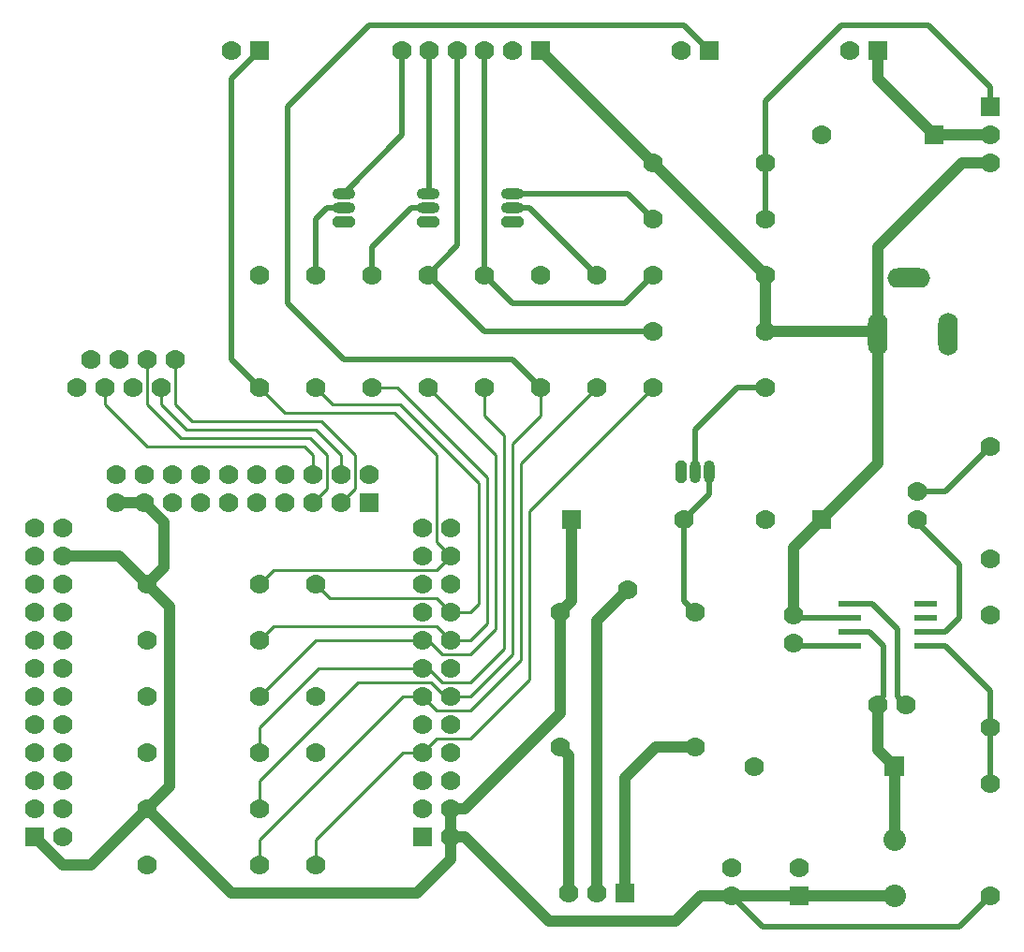
<source format=gbr>
G04 DipTrace 3.3.1.3*
G04 Top.gbr*
%MOIN*%
G04 #@! TF.FileFunction,Copper,L1,Top*
G04 #@! TF.Part,Single*
%AMOUTLINE0*
4,1,4,
0.035,-0.035,
-0.035,-0.035,
-0.035,0.035,
0.035,0.035,
0.035,-0.035,
0*%
%AMOUTLINE3*
4,1,8,
0.029528,-0.019685,
0.03937,-0.009843,
0.03937,0.009843,
0.029528,0.019685,
-0.029528,0.019685,
-0.03937,0.009843,
-0.03937,-0.009843,
-0.029528,-0.019685,
0.029528,-0.019685,
0*%
%AMOUTLINE6*
4,1,8,
-0.019685,-0.029528,
-0.009843,-0.03937,
0.009843,-0.03937,
0.019685,-0.029528,
0.019685,0.029528,
0.009843,0.03937,
-0.009843,0.03937,
-0.019685,0.029528,
-0.019685,-0.029528,
0*%
G04 #@! TA.AperFunction,Conductor*
%ADD13C,0.04*%
%ADD14C,0.02*%
%ADD15C,0.01*%
G04 #@! TA.AperFunction,ComponentPad*
%ADD17R,0.07X0.07*%
%ADD18C,0.07*%
%ADD19C,0.07*%
%ADD20O,0.07X0.152*%
%ADD21O,0.152X0.07*%
%ADD22C,0.08*%
%ADD23O,0.081X0.039*%
%ADD24O,0.039X0.081*%
%ADD26R,0.07874X0.023622*%
G04 #@! TA.AperFunction,ComponentPad*
%ADD53OUTLINE0*%
%ADD56OUTLINE3*%
%ADD59OUTLINE6*%
%FSLAX26Y26*%
G04*
G70*
G90*
G75*
G01*
G04 Top*
%LPD*%
X2383700Y3623700D2*
D13*
X2783700Y3223700D1*
X3183700Y2823700D1*
Y2623700D1*
X3573700D1*
X3583700Y2613700D1*
Y2153700D1*
X3383700Y1953700D1*
X3283700Y1853700D1*
Y1613700D1*
D14*
Y1603700D1*
X3483700D1*
X3983700Y3223700D2*
D13*
X3883700D1*
X3583700Y2923700D1*
Y2613700D1*
X2493700Y1953700D2*
Y1663700D1*
X2453700Y1623700D1*
X2063700Y823700D2*
Y923700D1*
X2113700D1*
X2453700Y1263700D1*
Y1623700D1*
X2063700Y823700D2*
Y743700D1*
X1943700Y623700D1*
X1283700D1*
X983700Y923700D1*
X1063700Y1003700D1*
Y1643700D1*
X983700Y1723700D1*
X973700Y2013700D2*
X873700D1*
X683700Y1823700D2*
X883700D1*
X983700Y1723700D1*
X973700Y2013700D2*
X1043700Y1943700D1*
Y1783700D1*
X983700Y1723700D1*
Y923700D2*
X783700Y723700D1*
X683700D1*
X583700Y823700D1*
X3983700Y613700D2*
D14*
X3873700Y503700D1*
X3173700D1*
X3063700Y613700D1*
X2063700Y823700D2*
D13*
X2113700D1*
X2413700Y523700D1*
X2863700D1*
X2953700Y613700D1*
X3063700D1*
X3303700D1*
X3643700D1*
Y613699D1*
X3483700Y1503700D2*
D14*
X3293700D1*
X3283700Y1513700D1*
X3483700Y1553700D2*
X3553700D1*
X3603700Y1503700D1*
Y1323700D1*
X3583700Y1303700D1*
Y1293700D1*
D13*
Y1133700D1*
X3643700Y1073700D1*
Y813699D1*
X3683700Y1293700D2*
D14*
X3653700Y1323700D1*
Y1563700D1*
X3563700Y1653700D1*
X3483700D1*
X1963700Y1123700D2*
D15*
X2013700Y1173700D1*
X2133700D1*
X2343700Y1383700D1*
Y1983700D1*
X2783700Y2423700D1*
X1963700Y1123700D2*
X1893700D1*
X1583700Y813700D1*
Y723700D1*
X3723700Y1953700D2*
D14*
Y1943700D1*
X3873700Y1793700D1*
Y1603700D1*
X3823700Y1553700D1*
X3755039D1*
X3723700Y2053700D2*
X3823700D1*
X3983700Y2213700D1*
X3755039Y1503700D2*
X3823700D1*
X3983700Y1343700D1*
Y1213700D1*
Y1013700D1*
X2063700Y1823700D2*
D15*
X2013700Y1873700D1*
Y2183700D1*
X1863700Y2333700D1*
X1473700D1*
X1383700Y2423700D1*
Y1723700D2*
X1433700Y1773700D1*
X2013700D1*
X2063700Y1823700D1*
X1383700Y3623700D2*
D14*
X1283700Y3523700D1*
Y2523700D1*
X1383700Y2423700D1*
X3183700D2*
X3083700D1*
X2933700Y2273700D1*
Y2123700D1*
X2186899Y3623700D2*
Y2826899D1*
X2183700Y2823700D1*
X2283700Y2723700D1*
X2683700D1*
X2783700Y2823700D1*
X1963700Y1423700D2*
D15*
X1983700D1*
X2033700Y1373700D1*
X2133700D1*
X2253700Y1493700D1*
Y2253700D1*
X2183700Y2323700D1*
Y2423700D1*
X1963700Y1423700D2*
X1593700D1*
X1383700Y1213700D1*
Y1123700D1*
X1963700Y1523700D2*
X1983700D1*
X2033700Y1473700D1*
X2133700D1*
X2223700Y1563700D1*
Y2183700D1*
X1983700Y2423700D1*
X1963700Y1523700D2*
X1583700D1*
X1383700Y1323700D1*
X2088501Y3623700D2*
D14*
Y2928501D1*
X1983700Y2823700D1*
X2183700Y2623700D1*
X2783700D1*
X1990100Y3623700D2*
Y3120100D1*
X1983700Y3113700D1*
X1891700Y3623700D2*
Y3321700D1*
X1683700Y3113700D1*
X1783700Y2823700D2*
Y2923700D1*
X1923700Y3063700D1*
X1983700D1*
X1583700Y2823700D2*
Y3023700D1*
X1623700Y3063700D1*
X1683700D1*
X1963700Y1323700D2*
D15*
X2013700Y1273700D1*
X2133700D1*
X2313700Y1453700D1*
Y2153700D1*
X2583700Y2423700D1*
X1963700Y1323700D2*
X1893700D1*
X1383700Y813700D1*
Y723700D1*
X2063700Y1623700D2*
X2133700D1*
X2163700Y1653700D1*
Y2083700D1*
X1883700Y2363700D1*
X1643700D1*
X1583700Y2423700D1*
X2063700Y1623700D2*
X2013700Y1673700D1*
X1633700D1*
X1583700Y1723700D1*
X2063700Y1523700D2*
X2133700D1*
X2193700Y1583700D1*
Y2103700D1*
X1873700Y2423700D1*
X1783700D1*
X2063700Y1523700D2*
X2013700Y1573700D1*
X1433700D1*
X1383700Y1523700D1*
X2063700Y1323700D2*
X2043700D1*
X1993700Y1373700D1*
X1733700D1*
X1383700Y1023700D1*
Y923700D1*
X2063700Y1323700D2*
X2133700D1*
X2283700Y1473700D1*
Y2223700D1*
X2383700Y2323700D1*
Y2423700D1*
X2983700Y3623700D2*
D14*
X2893700Y3713700D1*
X1773700D1*
X1483700Y3423700D1*
Y2723700D1*
X1683700Y2523700D1*
X2283700D1*
X2383700Y2423700D1*
X2583700Y2823700D2*
X2343700Y3063700D1*
X2283700D1*
X3183700Y3223700D2*
Y3023700D1*
X3983700Y3423700D2*
Y3493700D1*
X3763700Y3713700D1*
X3453700D1*
X3183700Y3443700D1*
Y3023700D1*
X2283700Y3113700D2*
X2693700D1*
X2783700Y3023700D1*
X3583700Y3623700D2*
D13*
Y3523700D1*
X3783700Y3323700D1*
X3983700D2*
X3783700D1*
X2983700Y2123700D2*
D14*
Y2043700D1*
X2893700Y1953700D1*
Y1663700D1*
X2933700Y1623700D1*
X2693700Y1703700D2*
D13*
X2583700Y1593700D1*
Y625300D1*
X2585300Y623700D1*
X2933700Y1143700D2*
X2793700D1*
X2683700Y1033700D1*
Y623700D1*
X2453700Y1143700D2*
X2483700Y1113700D1*
Y626899D1*
X2486899Y623700D1*
X983700Y2523700D2*
D15*
Y2363700D1*
X1103700Y2243700D1*
X1563700D1*
X1623700Y2183700D1*
Y2063700D1*
X1573700Y2013700D1*
X833700Y2423700D2*
Y2363700D1*
X983700Y2213700D1*
X1543700D1*
X1573700Y2183700D1*
Y2113700D1*
X1083700Y2523700D2*
Y2363700D1*
X1143700Y2303700D1*
X1603700D1*
X1723700Y2183700D1*
Y2063700D1*
X1673700Y2013700D1*
Y2113700D2*
Y2183700D1*
X1583700Y2273700D1*
X1123700D1*
X1033700Y2363700D1*
Y2423700D1*
D17*
X3383700Y1953700D3*
D18*
X3183700D3*
D19*
X3283700Y1513700D3*
Y1613700D3*
X3723700Y2053700D3*
Y1953700D3*
X3583700Y1293700D3*
X3683700D3*
D17*
X3303700Y613700D3*
D18*
Y713700D3*
D19*
X3063700D3*
Y613700D3*
D53*
X3643700Y1073700D3*
D19*
X3143700D3*
D17*
X3783700Y3323700D3*
D18*
X3383700D3*
D17*
X2493700Y1953700D3*
D18*
X2893700D3*
X1083700Y2523700D3*
X983700D3*
X883700D3*
X783700D3*
X733700Y2423700D3*
X833700D3*
X933700D3*
X1033700D3*
D20*
X3583700Y2613700D3*
X3833700D3*
D21*
X3693700Y2813700D3*
D17*
X2383700Y3623700D3*
D18*
X2285300D3*
X2186899D3*
X2088501D3*
X1990100D3*
X1891700D3*
D17*
X1383700D3*
D18*
X1285301D3*
D17*
X2983700D3*
D18*
X2885301D3*
D17*
X3583700D3*
D18*
X3485301D3*
D17*
X2683700Y623700D3*
D18*
X2585300D3*
X2486899D3*
X2933700Y1623700D3*
Y1143700D3*
X2453700D3*
X2693700Y1703700D3*
X2453700Y1623700D3*
D22*
X3643700Y813699D3*
Y613699D3*
D56*
X1983700Y3013700D3*
D23*
Y3063700D3*
Y3113700D3*
D56*
X1683700Y3013700D3*
D23*
Y3063700D3*
Y3113700D3*
D56*
X2283700Y3013700D3*
D23*
Y3063700D3*
Y3113700D3*
D17*
X3983700Y3423700D3*
D18*
Y3323700D3*
Y3223700D3*
D59*
X2883700Y2123700D3*
D24*
X2933700D3*
X2983700D3*
D18*
X3983700Y613700D3*
Y1013700D3*
Y1613700D3*
Y1213700D3*
Y2213700D3*
Y1813700D3*
X3183700Y2823700D3*
X2783700D3*
X2183700Y2423700D3*
Y2823700D3*
X1383700Y1123700D3*
X983700D3*
X3183700Y2623700D3*
X2783700D3*
X1983700Y2423700D3*
Y2823700D3*
X1383700Y1323700D3*
X983700D3*
X1783700Y2423700D3*
Y2823700D3*
X1583700Y2423700D3*
Y2823700D3*
X983700Y923700D3*
X1383700D3*
X2383700Y2823700D3*
Y2423700D3*
X2583700D3*
Y2823700D3*
X2783700Y3023700D3*
X3183700D3*
Y3223700D3*
X2783700D3*
X1383700Y1523700D3*
X983700D3*
X1583700Y1723700D3*
Y1323700D3*
X1383700Y723700D3*
X983700D3*
Y1723700D3*
X1383700D3*
Y2823700D3*
Y2423700D3*
X2783700D3*
X3183700D3*
X1583700Y723700D3*
Y1123700D3*
D26*
X3483700Y1653700D3*
Y1603700D3*
Y1553700D3*
Y1503700D3*
X3755039D3*
Y1553700D3*
Y1603700D3*
Y1653700D3*
D19*
X683700Y823700D3*
Y923700D3*
Y1023700D3*
Y1123700D3*
Y1223700D3*
Y1323700D3*
Y1423700D3*
Y1523700D3*
Y1623700D3*
Y1723700D3*
D17*
X583700Y823700D3*
D19*
Y923700D3*
Y1023700D3*
Y1123700D3*
Y1223700D3*
Y1323700D3*
Y1423700D3*
Y1523700D3*
Y1623700D3*
Y1723700D3*
X683700Y1823700D3*
Y1923700D3*
X583700Y1823700D3*
Y1923700D3*
X1773700Y2113700D3*
X1673700D3*
X1573700D3*
X1473700D3*
X1373700D3*
X1273700D3*
X1173700D3*
X1073700D3*
X973700D3*
X873700D3*
X2063700Y823700D3*
Y923700D3*
Y1023700D3*
Y1123700D3*
Y1223700D3*
Y1323700D3*
Y1423700D3*
Y1523700D3*
Y1623700D3*
Y1723700D3*
D17*
X1773700Y2013700D3*
D19*
X1673700D3*
X1573700D3*
X1473700D3*
X1373700D3*
X1273700D3*
X1173700D3*
X1073700D3*
X973700D3*
X873700D3*
D17*
X1963700Y823700D3*
D19*
Y923700D3*
Y1023700D3*
Y1123700D3*
Y1223700D3*
Y1323700D3*
Y1423700D3*
Y1523700D3*
Y1623700D3*
Y1723700D3*
X2063700Y1823700D3*
Y1923700D3*
X1963700Y1823700D3*
Y1923700D3*
M02*

</source>
